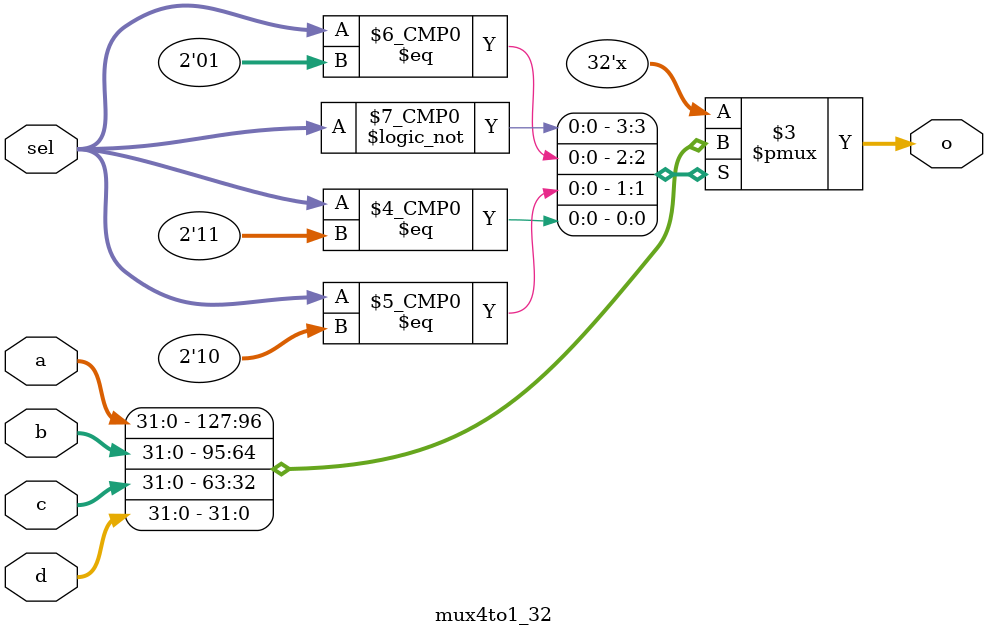
<source format=v>
`timescale 1ns / 1ps
module mux4to1_32(input  [1:0]sel,input  [31:0]a, input  [31:0]b,input  [31:0]c, input  [31:0]d, output reg [31:0]o);
initial o<=32'h00000000;
always @(*) begin
       case (sel)
		    2'b00 : begin o = a; end
			 2'b01 : begin o = b; end
			 2'b10 : begin o = c; end
			 2'b11 : begin o = d; end
       endcase
    end

endmodule

</source>
